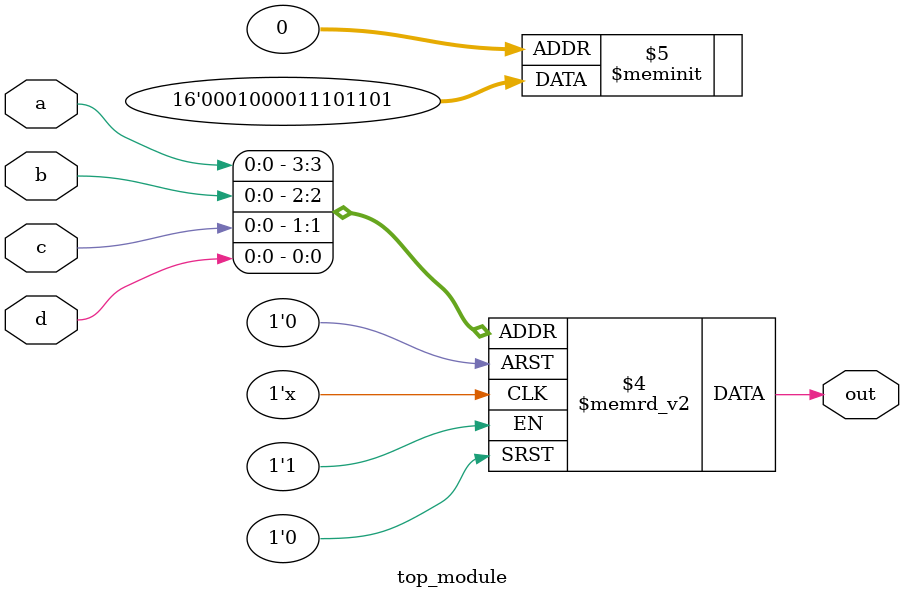
<source format=sv>
module top_module (
    input a, 
    input b,
    input c,
    input d,
    output reg out
);

always @(*)
begin
    case({a,b,c,d})
        4'b0000: out = 1'b1;
        4'b0001: out = 1'b0;
        4'b0010: out = 1'b1;
        4'b0011: out = 1'b1;
        4'b0100: out = 1'b0;
        4'b0101: out = 1'b1;  // Changed output value to be 1
        4'b0110: out = 1'b1;  // Changed output value to be 1
        4'b0111: out = 1'b1;  // Changed output value to be 1
        4'b1000: out = 1'b0;  // Changed output value to be 0
        4'b1001: out = 1'b0;
        4'b1010: out = 1'b0;
        4'b1011: out = 1'b0;
        4'b1100: out = 1'b1;
        4'b1101: out = 1'b0;
        4'b1110: out = 1'b0;
        default: out = 1'b0;   // Changed output value to be 0
    endcase
end

endmodule

</source>
